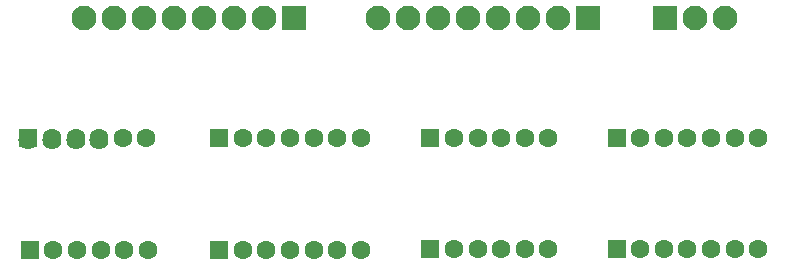
<source format=gbs>
G04 Layer: BottomSolderMaskLayer*
G04 EasyEDA Pro v2.0.34.720dcead.1ebef4, 2023-10-23 10:25:04*
G04 Gerber Generator version 0.3*
G04 Scale: 100 percent, Rotated: No, Reflected: No*
G04 Dimensions in millimeters*
G04 Leading zeros omitted, absolute positions, 3 integers and 3 decimals*
%FSLAX33Y33*%
%MOMM*%
%AMRoundRect*1,1,$1,$2,$3*1,1,$1,$4,$5*1,1,$1,0-$2,0-$3*1,1,$1,0-$4,0-$5*20,1,$1,$2,$3,$4,$5,0*20,1,$1,$4,$5,0-$2,0-$3,0*20,1,$1,0-$2,0-$3,0-$4,0-$5,0*20,1,$1,0-$4,0-$5,$2,$3,0*4,1,4,$2,$3,$4,$5,0-$2,0-$3,0-$4,0-$5,$2,$3,0*%
%ADD10C,1.626*%
%ADD11RoundRect,0.1X-0.75X0.75X0.75X0.75*%
%ADD12C,1.6*%
%ADD13RoundRect,0.1X1.0X-1.0X-1.0X-1.0*%
%ADD14C,2.1*%
%ADD15RoundRect,0.1X-1.0X1.0X1.0X1.0*%
G75*


G04 Pad Start*
G54D10*
G01X11116Y13214D03*
G01X9116Y13214D03*
G01X7116Y13214D03*
G01X5116Y13214D03*
G54D11*
G01X39153Y13341D03*
G54D12*
G01X41153Y13341D03*
G01X43153Y13341D03*
G01X45153Y13341D03*
G01X47153Y13341D03*
G01X49153Y13341D03*
G54D11*
G01X39152Y4007D03*
G54D12*
G01X41152Y4007D03*
G01X43152Y4007D03*
G01X45152Y4007D03*
G01X47152Y4007D03*
G01X49152Y4007D03*
G54D11*
G01X5117Y13341D03*
G54D12*
G01X7117Y13341D03*
G01X9117Y13341D03*
G01X11117Y13341D03*
G01X13117Y13341D03*
G01X15117Y13341D03*
G54D11*
G01X5244Y3880D03*
G54D12*
G01X7244Y3880D03*
G01X9244Y3880D03*
G01X11244Y3880D03*
G01X13244Y3880D03*
G01X15244Y3880D03*
G54D13*
G01X59011Y23501D03*
G54D14*
G01X61551Y23501D03*
G01X64091Y23501D03*
G01X34707Y23501D03*
G01X37247Y23501D03*
G01X39787Y23501D03*
G01X42327Y23501D03*
G01X44867Y23501D03*
G01X47407Y23501D03*
G01X49947Y23501D03*
G54D15*
G01X52487Y23501D03*
G54D14*
G01X9815Y23501D03*
G01X12355Y23501D03*
G01X14895Y23501D03*
G01X17435Y23501D03*
G01X19975Y23501D03*
G01X22515Y23501D03*
G01X25055Y23501D03*
G54D15*
G01X27595Y23501D03*
G54D11*
G01X54916Y13341D03*
G54D12*
G01X56916Y13341D03*
G01X58916Y13341D03*
G01X60916Y13341D03*
G01X62916Y13341D03*
G01X64916Y13341D03*
G01X66916Y13341D03*
G54D11*
G01X54916Y4007D03*
G54D12*
G01X56916Y4007D03*
G01X58916Y4007D03*
G01X60916Y4007D03*
G01X62916Y4007D03*
G01X64916Y4007D03*
G01X66916Y4007D03*
G54D11*
G01X21261Y13341D03*
G54D12*
G01X23261Y13341D03*
G01X25261Y13341D03*
G01X27261Y13341D03*
G01X29261Y13341D03*
G01X31261Y13341D03*
G01X33261Y13341D03*
G54D11*
G01X21261Y3880D03*
G54D12*
G01X23261Y3880D03*
G01X25261Y3880D03*
G01X27261Y3880D03*
G01X29261Y3880D03*
G01X31261Y3880D03*
G01X33261Y3880D03*
G04 Pad End*

M02*

</source>
